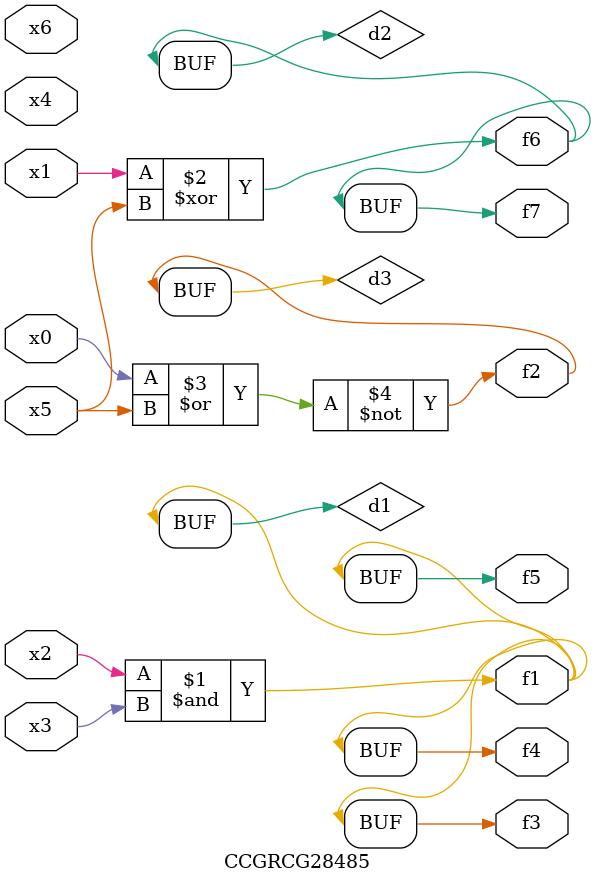
<source format=v>
module CCGRCG28485(
	input x0, x1, x2, x3, x4, x5, x6,
	output f1, f2, f3, f4, f5, f6, f7
);

	wire d1, d2, d3;

	and (d1, x2, x3);
	xor (d2, x1, x5);
	nor (d3, x0, x5);
	assign f1 = d1;
	assign f2 = d3;
	assign f3 = d1;
	assign f4 = d1;
	assign f5 = d1;
	assign f6 = d2;
	assign f7 = d2;
endmodule

</source>
